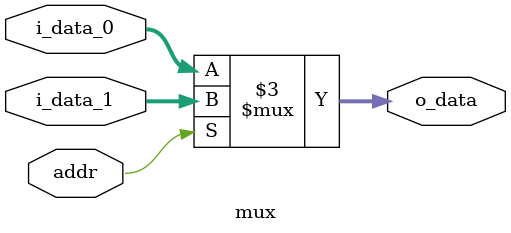
<source format=v>
`timescale 1ns/1ps

`define REG_WIDTH 32

module mux(addr, i_data_0, i_data_1, o_data);

input addr;
input [`REG_WIDTH-1:0] i_data_0, i_data_1;

output reg [`REG_WIDTH-1:0] o_data;

always @* begin
	if(addr) o_data = i_data_1;
	else o_data = i_data_0;
end
endmodule

</source>
